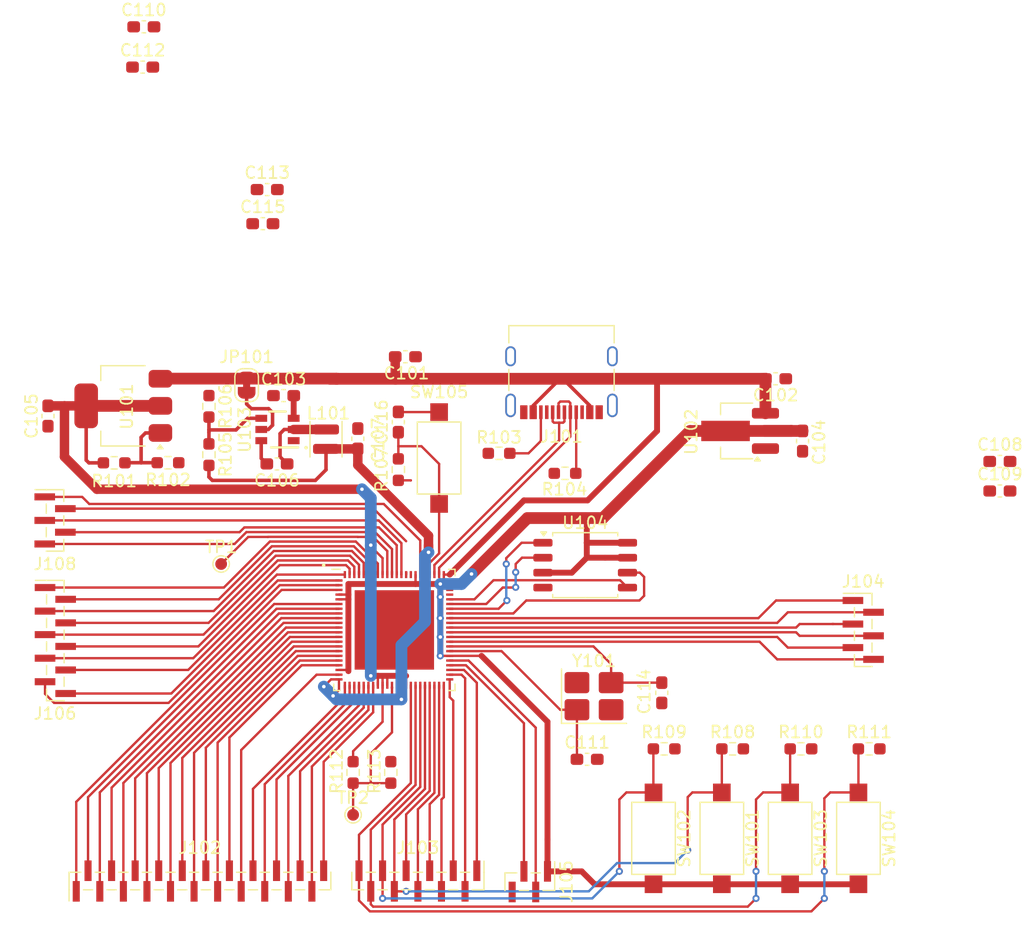
<source format=kicad_pcb>
(kicad_pcb (version 20241229) (generator "pcbnew") (generator_version "9.0")
  (layers (0 "F.Cu" signal) (2 "B.Cu" signal) (13 "F.Paste" user) (15 "B.Paste" user) (5 "F.SilkS" user "F.Silkscreen") (7 "B.SilkS" user "B.Silkscreen") (1 "F.Mask" user) (3 "B.Mask" user) (25 "Edge.Cuts" user))
  (net 0 "")
  (net 1 "GND")
  (net 2 "/VUSB")
  (net 3 "/3V3")
  (net 4 "/2V6")
  (net 5 "Net-(U103-VBST)")
  (net 6 "Net-(U103-SW)")
  (net 7 "/1V1")
  (net 8 "/HOSCI")
  (net 9 "/HOSCO")
  (net 10 "/RESET")
  (net 11 "/USB_N")
  (net 12 "/USB_P")
  (net 14 "Net-(J101-CC2)")
  (net 16 "Net-(J101-CC1)")
  (net 17 "/PD17")
  (net 18 "/PD12")
  (net 19 "/PD21")
  (net 20 "/PD2")
  (net 21 "/PD11")
  (net 22 "/PD6")
  (net 23 "/PD3")
  (net 24 "/PD16")
  (net 25 "/PD20")
  (net 26 "/PD19")
  (net 27 "/PD13")
  (net 28 "/PD18")
  (net 29 "/PD14")
  (net 30 "/PD1")
  (net 31 "/PD0")
  (net 32 "/PD10")
  (net 33 "/PD4")
  (net 34 "/PD9")
  (net 35 "/PD15")
  (net 36 "/PD7")
  (net 37 "/PD8")
  (net 38 "/PD5")
  (net 39 "/PE3")
  (net 40 "/PE6")
  (net 41 "/PE7")
  (net 42 "/PE5")
  (net 43 "/SW0")
  (net 44 "/SW1")
  (net 45 "/PE2")
  (net 46 "/SW3")
  (net 47 "/SW2")
  (net 48 "/PE4")
  (net 49 "/PE8")
  (net 50 "/SDC0_CLK")
  (net 51 "/SDC0_D1")
  (net 52 "/SDC0_D2")
  (net 53 "/SDC0_D3")
  (net 54 "/SDC0_CMD")
  (net 55 "/SDC0_D0")
  (net 56 "/UART0_RX")
  (net 57 "/UART0_TX")
  (net 58 "/VRA1")
  (net 59 "/FMINR")
  (net 60 "/HPCOMFB")
  (net 61 "/HPR")
  (net 62 "/FMINL")
  (net 63 "/HPL")
  (net 64 "/VRA2")
  (net 65 "/HPCOM")
  (net 66 "/LINL")
  (net 67 "/MICIN")
  (net 68 "/TVIN1")
  (net 69 "/TVIN0")
  (net 70 "/TV_VRN")
  (net 71 "/TVOUT")
  (net 72 "/TV_VRP")
  (net 73 "/LRADC0")
  (net 74 "/SVREF")
  (net 75 "Net-(JP101-A)")
  (net 76 "Net-(U101-ADJ)")
  (net 77 "Net-(U103-VFB)")
  (net 78 "/SPI0_MISO")
  (net 79 "/SPI0_CLK")
  (net 80 "/SPI0_CS")
  (net 81 "/SPI0_MOSI")
  (footprint "Connector_PinHeader_1.00mm:PinHeader_1x04_P1.00mm_Vertical_SMD_Pin1Left" (layer "F.Cu") (at 166.5 143.88 -90)
    (property "Reference" "J105")
    (property "Value" "UART0")
  )
  (footprint "Resistor_SMD:R_0603_1608Metric_Pad0.98x0.95mm_HandSolder" (layer "F.Cu") (at 183.7125 132.6)
    (property "Reference" "R108")
    (property "Value" "5.1K")
  )
  (footprint "Package_TO_SOT_SMD:SOT-223-3_TabPin2" (layer "F.Cu") (at 131.9925 103.47 180)
    (property "Reference" "U101")
    (property "Value" "AMS1117")
  )
  (footprint "Capacitor_SMD:C_0603_1608Metric_Pad1.08x0.95mm_HandSolder" (layer "F.Cu") (at 143.8375 88)
    (property "Reference" "C115")
    (property "Value" "0.1uf")
  )
  (footprint "Resistor_SMD:R_0603_1608Metric_Pad0.98x0.95mm_HandSolder" (layer "F.Cu") (at 154.7 134.6 90)
    (property "Reference" "R113")
    (property "Value" "5.1K")
  )
  (footprint "Connector_USB:USB_C_Receptacle_Palconn_UTC16-G" (layer "F.Cu") (at 169.1875 101.5 180)
    (property "Reference" "J101")
    (property "Value" "USB_C_Receptacle_USB2.0_16P")
  )
  (footprint "TestPoint:TestPoint_Pad_D1.0mm" (layer "F.Cu") (at 140.3 116.9)
    (property "Reference" "TP1")
    (property "Value" "TestPoint")
  )
  (footprint "Connector_PinHeader_1.00mm:PinHeader_1x11_P1.00mm_Vertical_SMD_Pin1Left" (layer "F.Cu") (at 157 143.825 -90)
    (property "Reference" "J103")
    (property "Value" "Conn_01x11")
  )
  (footprint "Capacitor_SMD:C_0603_1608Metric_Pad1.08x0.95mm_HandSolder" (layer "F.Cu") (at 177.7 127.84 90)
    (property "Reference" "C114")
    (property "Value" "10pf")
  )
  (footprint "TPS562201DDCT:DDC0006A_N" (layer "F.Cu") (at 145.08 105.475 180)
    (property "Reference" "U103")
    (property "Value" "TPS562201DDCT")
  )
  (footprint "Resistor_SMD:R_0603_1608Metric_Pad0.98x0.95mm_HandSolder" (layer "F.Cu") (at 189.5125 132.6)
    (property "Reference" "R110")
    (property "Value" "5.1K")
  )
  (footprint "Button_Switch_SMD:SW_SPST_CK_RS282G05A3" (layer "F.Cu") (at 177 140.2 -90)
    (property "Reference" "SW102")
    (property "Value" "SW1")
  )
  (footprint "Resistor_SMD:R_0603_1608Metric_Pad0.98x0.95mm_HandSolder" (layer "F.Cu") (at 131.2175 108.31)
    (property "Reference" "R101")
    (property "Value" "100R")
  )
  (footprint "TestPoint:TestPoint_Pad_D1.0mm" (layer "F.Cu") (at 151.5 138.2)
    (property "Reference" "TP2")
    (property "Value" "TestPoint")
  )
  (footprint "Resistor_SMD:R_0603_1608Metric_Pad0.98x0.95mm_HandSolder" (layer "F.Cu") (at 139.2625 107.6125 90)
    (property "Reference" "R105")
    (property "Value" "2.4K")
  )
  (footprint "Capacitor_SMD:C_0603_1608Metric_Pad1.08x0.95mm_HandSolder" (layer "F.Cu") (at 155.9375 99.3)
    (property "Reference" "C101")
    (property "Value" "10uf")
  )
  (footprint "Resistor_SMD:R_0603_1608Metric_Pad0.98x0.95mm_HandSolder" (layer "F.Cu") (at 151.5 134.6 -90)
    (property "Reference" "R112")
    (property "Value" "5.1K")
  )
  (footprint "Capacitor_SMD:C_0603_1608Metric_Pad1.08x0.95mm_HandSolder" (layer "F.Cu") (at 189.65 106.4625 -90)
    (property "Reference" "C104")
    (property "Value" "10uf")
  )
  (footprint "Package_TO_SOT_SMD:SOT-89-3_Handsoldering" (layer "F.Cu") (at 184.05 105.6 180)
    (property "Reference" "U102")
    (property "Value" "AMS1117-3.3")
  )
  (footprint "Resistor_SMD:R_0603_1608Metric_Pad0.98x0.95mm_HandSolder" (layer "F.Cu") (at 139.2625 103.5125 90)
    (property "Reference" "R106")
    (property "Value" "5.1K")
  )
  (footprint "Resistor_SMD:R_0603_1608Metric_Pad0.98x0.95mm_HandSolder" (layer "F.Cu") (at 135.7875 108.3)
    (property "Reference" "R102")
    (property "Value" "110R")
  )
  (footprint "Capacitor_SMD:C_0603_1608Metric_Pad1.08x0.95mm_HandSolder" (layer "F.Cu") (at 125.6 104.3325 -90)
    (property "Reference" "C105")
    (property "Value" "10uf")
  )
  (footprint "Button_Switch_SMD:SW_SPST_CK_RS282G05A3" (layer "F.Cu") (at 188.595239 140.2 -90)
    (property "Reference" "SW103")
    (property "Value" "SW2")
  )
  (footprint "Connector_PinHeader_1.00mm:PinHeader_1x06_P1.00mm_Vertical_SMD_Pin1Left" (layer "F.Cu") (at 194.8 122.5)
    (property "Reference" "J104")
    (property "Value" "SD_Card")
  )
  (footprint "Capacitor_SMD:C_0603_1608Metric_Pad1.08x0.95mm_HandSolder" (layer "F.Cu") (at 171.3625 133.4875)
    (property "Reference" "C111")
    (property "Value" "10pf")
  )
  (footprint "Crystal:Crystal_SMD_3225-4Pin_3.2x2.5mm_HandSoldering" (layer "F.Cu") (at 171.95 128.1275)
    (property "Reference" "Y101")
    (property "Value" "24Mhz")
  )
  (footprint "F1C100s:QFN-88_EP_10x10_Pitch0.4mm" (layer "F.Cu") (at 155 122.5)
    (property "Reference" "U105" (hide yes))
    (property "Value" "F1C100s")
  )
  (footprint "Connector_PinHeader_1.00mm:PinHeader_1x22_P1.00mm_Vertical_SMD_Pin1Left" (layer "F.Cu") (at 138.5 143.825 90)
    (property "Reference" "J102")
    (property "Value" "Conn_01x22")
  )
  (footprint "Resistor_SMD:R_0603_1608Metric_Pad0.98x0.95mm_HandSolder" (layer "F.Cu") (at 163.8875 107.5 180)
    (property "Reference" "R103")
    (property "Value" "5.1K")
  )
  (footprint "Resistor_SMD:R_0603_1608Metric_Pad0.98x0.95mm_HandSolder" (layer "F.Cu") (at 177.9 132.6)
    (property "Reference" "R109")
    (property "Value" "5.1K")
  )
  (footprint "Capacitor_SMD:C_0603_1608Metric_Pad1.08x0.95mm_HandSolder" (layer "F.Cu") (at 145.6 102.6 180)
    (property "Reference" "C103")
    (property "Value" "10uf")
  )
  (footprint "Capacitor_SMD:C_0603_1608Metric_Pad1.08x0.95mm_HandSolder" (layer "F.Cu") (at 145.0375 108.4)
    (property "Reference" "C106")
    (property "Value" "0.1uf")
  )
  (footprint "Capacitor_SMD:C_0603_1608Metric_Pad1.08x0.95mm_HandSolder" (layer "F.Cu") (at 206.4 108.19)
    (property "Reference" "C108")
    (property "Value" "10uf")
  )
  (footprint "Capacitor_SMD:C_0603_1608Metric_Pad1.08x0.95mm_HandSolder" (layer "F.Cu") (at 133.7375 71.28)
    (property "Reference" "C110")
    (property "Value" "10uf")
  )
  (footprint "Capacitor_SMD:C_0603_1608Metric_Pad1.08x0.95mm_HandSolder" (layer "F.Cu") (at 206.4 110.7)
    (property "Reference" "C109")
    (property "Value" "0.1uf")
  )
  (footprint "Connector_PinHeader_1.00mm:PinHeader_1x10_P1.00mm_Vertical_SMD_Pin1Left" (layer "F.Cu") (at 126.225 123.4)
    (property "Reference" "J106")
    (property "Value" "Conn_01x10")
  )
  (footprint "Resistor_SMD:R_0603_1608Metric_Pad0.98x0.95mm_HandSolder" (layer "F.Cu") (at 195.3 132.6)
    (property "Reference" "R111")
    (property "Value" "5.1K")
  )
  (footprint "Capacitor_SMD:C_0603_1608Metric_Pad1.08x0.95mm_HandSolder" (layer "F.Cu") (at 133.6375 74.7)
    (property "Reference" "C112")
    (property "Value" "0.1uf")
  )
  (footprint "Inductor_SMD:L_APV_ANR252012" (layer "F.Cu") (at 149.2 106.3 -90)
    (property "Reference" "L101")
    (property "Value" "2.2uH")
  )
  (footprint "Button_Switch_SMD:SW_SPST_CK_RS282G05A3" (layer "F.Cu") (at 194.392858 140.2 -90)
    (property "Reference" "SW104")
    (property "Value" "SW3")
  )
  (footprint "Resistor_SMD:R_0603_1608Metric_Pad0.98x0.95mm_HandSolder" (layer "F.Cu") (at 169.4875 109.2 180)
    (property "Reference" "R104")
    (property "Value" "5.1K")
  )
  (footprint "Button_Switch_SMD:SW_SPST_CK_RS282G05A3" (layer "F.Cu") (at 182.797619 140.2 -90)
    (property "Reference" "SW101")
    (property "Value" "SW0")
  )
  (footprint "Connector_PinHeader_1.00mm:PinHeader_1x05_P1.00mm_Vertical_SMD_Pin1Left" (layer "F.Cu") (at 126.2 113.2)
    (property "Reference" "J108")
    (property "Value" "Conn_01x05")
  )
  (footprint "Capacitor_SMD:C_0603_1608Metric_Pad1.08x0.95mm_HandSolder" (layer "F.Cu") (at 155.339649 104.845711 90)
    (property "Reference" "C116")
    (property "Value" "0.1uf")
  )
  (footprint "Button_Switch_SMD:SW_SPST_CK_RS282G05A3" (layer "F.Cu") (at 158.8 107.9 -90)
    (property "Reference" "SW105")
    (property "Value" "RESET")
  )
  (footprint "Capacitor_SMD:C_0603_1608Metric_Pad1.08x0.95mm_HandSolder" (layer "F.Cu") (at 151.9 106.2625 90)
    (property "Reference" "C107")
    (property "Value" "10uf")
  )
  (footprint "Package_SO:SOIC-8_5.3x5.3mm_P1.27mm" (layer "F.Cu") (at 171.2 117)
    (property "Reference" "U104")
    (property "Value" "W25Q16JVSS")
  )
  (footprint "Capacitor_SMD:C_0603_1608Metric_Pad1.08x0.95mm_HandSolder" (layer "F.Cu") (at 144.2075 85.1)
    (property "Reference" "C113")
    (property "Value" "10uf")
  )
  (footprint "Capacitor_SMD:C_0603_1608Metric_Pad1.08x0.95mm_HandSolder" (layer "F.Cu") (at 187.3625 101.17)
    (property "Reference" "C102")
    (property "Value" "10uf")
  )
  (footprint "Jumper:SolderJumper-2_P1.3mm_Bridged_RoundedPad1.0x1.5mm" (layer "F.Cu") (at 142.4625 101.7125 90)
    (property "Reference" "JP101")
    (property "Value" "SolderJumper_2_Bridged")
  )
  (footprint "Resistor_SMD:R_0603_1608Metric_Pad0.98x0.95mm_HandSolder" (layer "F.Cu") (at 155.339649 108.883211 90)
    (property "Reference" "R107")
    (property "Value" "10k")
  )
  (gr_circle (center 147.510004 107.020002) (end 147.610004 107.020002) (stroke (width 0.1)) (fill yes) (layer "F.SilkS"))
  (gr_circle (center 149 117) (end 149.1 117) (stroke (width 0.1)) (fill yes) (layer "F.SilkS"))
  (segment (start 155.339649 103.983211) (end 155.356438 104) (width 0.2) (layer "F.Cu") (net 1))
  (segment (start 155.356438 104) (end 158.8 104) (width 0.2) (layer "F.Cu") (net 1))
  (segment (start 159.2 117.800001) (end 159.699999 117.800001) (width 0.2) (layer "F.Cu") (net 2))
  (segment (start 177.3 105.6) (end 177.3 101.2) (width 0.5) (layer "F.Cu") (net 2))
  (segment (start 166.7875 104.01) (end 166.7875 103.45) (width 0.3) (layer "F.Cu") (net 2))
  (segment (start 186.5 101.17) (end 186.5 104.1) (width 1) (layer "F.Cu") (net 2))
  (segment (start 150.0865 101.1565) (end 135.156 101.1565) (width 1) (layer "F.Cu") (net 2))
  (segment (start 135.156 101.1565) (end 135.1425 101.17) (width 1) (layer "F.Cu") (net 2))
  (segment (start 166 111.5) (end 171.4 111.5) (width 0.5) (layer "F.Cu") (net 2))
  (segment (start 166.7875 103.45) (end 169.0375 101.2) (width 0.3) (layer "F.Cu") (net 2))
  (segment (start 155.075 99.3) (end 155.075 101.145) (width 0.8) (layer "F.Cu") (net 2))
  (segment (start 155.075 101.145) (end 155.1 101.17) (width 0.8) (layer "F.Cu") (net 2))
  (segment (start 171.4 111.5) (end 177.3 105.6) (width 0.5) (layer "F.Cu") (net 2))
  (segment (start 146.455001 102.607499) (end 146.4625 102.6) (width 0.5) (layer "F.Cu") (net 2))
  (segment (start 159.699999 117.800001) (end 166 111.5) (width 0.5) (layer "F.Cu") (net 2))
  (segment (start 171.5875 103.45) (end 171.5875 104.01) (width 0.3) (layer "F.Cu") (net 2))
  (segment (start 150.1 101.17) (end 150.0865 101.1565) (width 1) (layer "F.Cu") (net 2))
  (segment (start 169.0375 101.2) (end 169.3375 101.2) (width 0.3) (layer "F.Cu") (net 2))
  (segment (start 169.3375 101.2) (end 171.5875 103.45) (width 0.3) (layer "F.Cu") (net 2))
  (segment (start 155.1 101.17) (end 186.5 101.17) (width 1) (layer "F.Cu") (net 2))
  (segment (start 155.1 101.17) (end 150.1 101.17) (width 1) (layer "F.Cu") (net 2))
  (segment (start 150.1 101.17) (end 149.5425 101.17) (width 1) (layer "F.Cu") (net 2))
  (segment (start 146.455001 104.525002) (end 146.455001 102.607499) (width 0.5) (layer "F.Cu") (net 2))
  (segment (start 150.3 119.899999) (end 151.1 119.9) (width 0.2) (layer "F.Cu") (net 3))
  (segment (start 161.55 117.75) (end 166.3 113) (width 1) (layer "F.Cu") (net 3))
  (segment (start 166.3 113) (end 169.9 113) (width 1) (layer "F.Cu") (net 3))
  (segment (start 168 130.3) (end 168 140.3) (width 0.5) (layer "F.Cu") (net 3))
  (segment (start 155.339649 109.795711) (end 156.395711 109.795711) (width 0.2) (layer "F.Cu") (net 3))
  (segment (start 171.335 115.1) (end 171.335 113.035) (width 0.5) (layer "F.Cu") (net 3))
  (segment (start 171.335 116.365) (end 171.335 115.1) (width 0.5) (layer "F.Cu") (net 3))
  (segment (start 156.8 117.8) (end 156.8 118.6) (width 0.2) (layer "F.Cu") (net 3))
  (segment (start 172.7 113) (end 180.1 105.6) (width 1) (layer "F.Cu") (net 3))
  (segment (start 171.335 113.035) (end 171.3 113) (width 0.5) (layer "F.Cu") (net 3))
  (segment (start 170.905 143.005) (end 172 144.1) (width 0.5) (layer "F.Cu") (net 3))
  (segment (start 169.9 113) (end 171.3 113) (width 1) (layer "F.Cu") (net 3))
  (segment (start 151.1 126) (end 151.1 119.9) (width 0.5) (layer "F.Cu") (net 3))
  (segment (start 156.8 118.6) (end 158.9 118.6) (width 0.5) (layer "F.Cu") (net 3))
  (segment (start 174.7875 115.095) (end 171.34 115.095) (width 0.5) (layer "F.Cu") (net 3))
  (segment (start 171.34 115.095) (end 171.335 115.1) (width 0.5) (layer "F.Cu") (net 3))
  (segment (start 168 143.005) (end 170.905 143.005) (width 0.5) (layer "F.Cu") (net 3))
  (segment (start 150.3 125.9) (end 151.1 125.9) (width 0.2) (layer "F.Cu") (net 3))
  (segment (start 158.9 118.6) (end 158.8 118.6) (width 0.5) (layer "F.Cu") (net 3))
  (segment (start 151.1 118.6) (end 156.8 118.6) (width 0.5) (layer "F.Cu") (net 3))
  (segment (start 158.9 118.6) (end 158.9 124.7) (width 0.5) (layer "F.Cu") (net 3))
  (segment (start 156.395711 109.795711) (end 156.4 109.8) (width 0.2) (layer "F.Cu") (net 3))
  (segment (start 150.3 119.5) (end 151.1 119.5) (width 0.2) (layer "F.Cu") (net 3))
  (segment (start 159.7 124.7) (end 162.4 124.7) (width 0.2) (layer "F.Cu") (net 3))
  (segment (start 159 124.7) (end 159.7 124.7) (width 0.2) (layer "F.Cu") (net 3))
  (segment (start 151.1 119.9) (end 151.1 119.5) (width 0.5) (layer "F.Cu") (net 3))
  (segment (start 180.1 105.6) (end 188.7 105.6) (width 1) (layer "F.Cu") (net 3))
  (segment (start 170.065 117.635) (end 171.335 116.365) (width 0.5) (layer "F.Cu") (net 3))
  (segment (start 188.7 105.6) (end 189.65 105.6) (width 1) (layer "F.Cu") (net 3))
  (segment (start 171.335 116.365) (end 172.9 116.365) (width 0.5) (layer "F.Cu") (net 3))
  (segment (start 169.9 113) (end 172.7 113) (width 1) (layer "F.Cu") (net 3))
  (segment (start 151.1 119.5) (end 151.1 118.6) (width 0.5) (layer "F.Cu") (net 3))
  (segment (start 168 140.3) (end 168 143.005) (width 0.5) (layer "F.Cu") (net 3))
  (segment (start 186.4125 105.6) (end 188.7 105.6) (width 1) (layer "F.Cu") (net 3))
  (segment (start 172.9 116.365) (end 174.7875 116.365) (width 0.5) (layer "F.Cu") (net 3))
  (segment (start 172 144.1) (end 194.392858 144.1) (width 0.5) (layer "F.Cu") (net 3))
  (segment (start 162.4 124.7) (end 168 130.3) (width 0.5) (layer "F.Cu") (net 3))
  (segment (start 186.991114 105.6) (end 186.791114 105.8) (width 0.2) (layer "F.Cu") (net 3))
  (segment (start 167.6125 117.635) (end 170.065 117.635) (width 0.5) (layer "F.Cu") (net 3))
  (via (at 161.55 117.75) (size 0.6) (drill 0.3) (layers "F.Cu" "B.Cu") (net 3))
  (via (at 158.9 118.6) (size 0.6) (drill 0.3) (layers "F.Cu" "B.Cu") (net 3))
  (via (at 158.9 119.7) (size 0.6) (drill 0.3) (layers "F.Cu" "B.Cu") (net 3))
  (via (at 158.9 121.5) (size 0.6) (drill 0.3) (layers "F.Cu" "B.Cu") (net 3))
  (via (at 158.9 123.1) (size 0.6) (drill 0.3) (layers "F.Cu" "B.Cu") (net 3))
  (via (at 158.9 124.7) (size 0.6) (drill 0.3) (layers "F.Cu" "B.Cu") (net 3))
  (segment (start 158.9 118.6) (end 158.9 123.1) (width 0.5) (layer "B.Cu") (net 3))
  (segment (start 158.9 123.1) (end 158.9 124.7) (width 0.5) (layer "B.Cu") (net 3))
  (segment (start 160.7 118.6) (end 158.9 118.6) (width 1) (layer "B.Cu") (net 3))
  (segment (start 161.55 117.75) (end 160.7 118.6) (width 1) (layer "B.Cu") (net 3))
  (segment (start 154 117.8) (end 154 116.4) (width 0.2) (layer "F.Cu") (net 4))
  (segment (start 151.5 133.6875) (end 151.5 132.8) (width 0.2) (layer "F.Cu") (net 4))
  (segment (start 154 130.3) (end 154 127.2) (width 0.2) (layer "F.Cu") (net 4))
  (segment (start 155.2 126.4) (end 155.199999 126.400001) (width 0.2) (layer "F.Cu") (net 4))
  (segment (start 128.8425 108.08) (end 128.8425 103.47) (width 0.3) (layer "F.Cu") (net 4))
  (segment (start 129.0725 108.31) (end 128.8425 108.08) (width 0.3) (layer "F.Cu") (net 4))
  (segment (start 153.6 126.4) (end 156 126.4) (width 0.5) (layer "F.Cu") (net 4))
  (segment (start 125.6 103.47) (end 127 103.47) (width 0.8) (layer "F.Cu") (net 4))
  (segment (start 155.199999 126.400001) (end 155.199999 127.2) (width 0.2) (layer "F.Cu") (net 4))
  (segment (start 154 116.4) (end 153 115.4) (width 0.2) (layer "F.Cu") (net 4))
  (segment (start 127 103.47) (end 128.8425 103.47) (width 0.8) (layer "F.Cu") (net 4))
  (segment (start 151.5 132.8) (end 154 130.3) (width 0.2) (layer "F.Cu") (net 4))
  (segment (start 154.4 126.4) (end 154.4 127.2) (width 0.2) (layer "F.Cu") (net 4))
  (segment (start 153.6 127.199999) (end 153.6 126.3) (width 0.2) (layer "F.Cu") (net 4))
  (segment (start 135.1425 103.47) (end 128.8425 103.47) (width 1) (layer "F.Cu") (net 4))
  (segment (start 156 127.2) (end 156 126.4) (width 0.2) (layer "F.Cu") (net 4))
  (segment (start 127 107.8) (end 127 103.47) (width 0.8) (layer "F.Cu") (net 4))
  (segment (start 155.2 126.5) (end 155.2 126.4) (width 0.2) (layer "F.Cu") (net 4))
  (segment (start 153 115.4) (end 153 115.3) (width 0.2) (layer "F.Cu") (net 4))
  (segment (start 154 127.2) (end 154 126.4) (width 0.2) (layer "F.Cu") (net 4))
  (segment (start 130.305 108.31) (end 129.0725 108.31) (width 0.3) (layer "F.Cu") (net 4))
  (segment (start 152.251 110.551) (end 129.751 110.551) (width 0.8) (layer "F.Cu") (net 4))
  (segment (start 153.6 126.4) (end 153 126.4) (width 0.5) (layer "F.Cu") (net 4))
  (segment (start 129.751 110.551) (end 127 107.8) (width 0.8) (layer "F.Cu") (net 4))
  (via (at 153 126.4) (size 0.6) (drill 0.3) (layers "F.Cu" "B.Cu") (net 4))
  (via (at 152.251 110.551) (size 0.6) (drill 0.3) (layers "F.Cu" "B.Cu") (net 4))
  (via (at 153 115.3) (size 0.6) (drill 0.3) (layers "F.Cu" "B.Cu") (net 4))
  (segment (start 153 111.3) (end 153 115.3) (width 1) (layer "B.Cu") (net 4))
  (segment (start 153 115.3) (end 153 126.4) (width 1) (layer "B.Cu") (net 4))
  (segment (start 152.251 110.551) (end 153 111.3) (width 1) (layer "B.Cu") (net 4))
  (segment (start 143.705001 106.425001) (end 143.7 106.430002) (width 0.3) (layer "F.Cu") (net 5))
  (segment (start 143.7 106.430002) (end 143.7 107.925) (width 0.3) (layer "F.Cu") (net 5))
  (segment (start 143.7 107.925) (end 144.175 108.4) (width 0.3) (layer "F.Cu") (net 5))
  (segment (start 145.3 105.830001) (end 145.655001 105.475) (width 0.3) (layer "F.Cu") (net 6))
  (segment (start 145.9 108.4) (end 145.3 107.8) (width 0.3) (layer "F.Cu") (net 6))
  (segment (start 145.655001 105.475) (end 146.455001 105.475) (width 0.3) (layer "F.Cu") (net 6))
  (segment (start 146.455001 105.475) (end 149.2 105.475) (width 0.8) (layer "F.Cu") (net 6))
  (segment (start 145.3 107.8) (end 145.3 105.830001) (width 0.3) (layer "F.Cu") (net 6))
  (segment (start 157.600001 116.299999) (end 157.600001 117.8) (width 0.2) (layer "F.Cu") (net 7))
  (segment (start 150.300001 126.7) (end 149.62853 126.7) (width 0.2) (layer "F.Cu") (net 7))
  (segment (start 149.62853 126.7) (end 149.014265 127.314265) (width 0.2) (layer "F.Cu") (net 7))
  (segment (start 151.9 107.125) (end 149.2 107.125) (width 0.8) (layer "F.Cu") (net 7))
  (segment (start 149.2 108.9) (end 149.2 107.125) (width 0.3) (layer "F.Cu") (net 7))
  (segment (start 148.3 109.8) (end 149.2 108.9) (width 0.3) (layer "F.Cu") (net 7))
  (segment (start 150.300001 127.599999) (end 149.8 128.1) (width 0.2) (layer "F.Cu") (net 7))
  (segment (start 139.2625 109.5125) (end 139.55 109.8) (width 0.3) (layer "F.Cu") (net 7))
  (segment (start 150.300001 126.7) (end 150.300001 127.599999) (width 0.2) (layer "F.Cu") (net 7))
  (segment (start 157.901 115.907636) (end 157.901 115.308336) (width 0.8) (layer "F.Cu") (net 7))
  (segment (start 157.8 116.1) (end 157.600001 116.299999) (width 0.2) (layer "F.Cu") (net 7))
  (segment (start 139.55 109.8) (end 148.3 109.8) (width 0.3) (layer "F.Cu") (net 7))
  (segment (start 157.8 116.1) (end 157.8 115.2) (width 0.2) (layer "F.Cu") (net 7))
  (segment (start 157.901 115.907636) (end 157.901 114.501) (width 0.8) (layer "F.Cu") (net 7))
  (segment (start 155.6 127.2) (end 155.6 128.4) (width 0.2) (layer "F.Cu") (net 7))
  (segment (start 139.2625 108.525) (end 139.2625 109.5125) (width 0.3) (layer "F.Cu") (net 7))
  (segment (start 151.9 108.5) (end 151.9 107.125) (width 0.8) (layer "F.Cu") (net 7))
  (segment (start 157.901 114.501) (end 151.9 108.5) (width 0.8) (layer "F.Cu") (net 7))
  (via (at 155.6 128.4) (size 0.6) (drill 0.3) (layers "F.Cu" "B.Cu") (net 7))
  (via (at 149.014265 127.314265) (size 0.6) (drill 0.3) (layers "F.Cu" "B.Cu") (net 7))
  (via (at 149.8 128.1) (size 0.6) (drill 0.3) (layers "F.Cu" "B.Cu") (net 7))
  (via (at 157.901 115.907636) (size 0.6) (drill 0.3) (layers "F.Cu" "B.Cu") (net 7))
  (segment (start 155.6 123.8) (end 155.6 128.4) (width 1) (layer "B.Cu") (net 7))
  (segment (start 150.1 128.4) (end 149.8 128.1) (width 1) (layer "B.Cu") (net 7))
  (segment (start 157.6 116.208636) (end 157.6 121.8) (width 1) (layer "B.Cu") (net 7))
  (segment (start 155.6 128.4) (end 150.1 128.4) (width 1) (layer "B.Cu") (net 7))
  (segment (start 157.901 115.907636) (end 157.6 116.208636) (width 1) (layer "B.Cu") (net 7))
  (segment (start 149.8 128.1) (end 149.014265 127.314265) (width 1) (layer "B.Cu") (net 7))
  (segment (start 157.6 121.8) (end 155.6 123.8) (width 1) (layer "B.Cu") (net 7))
  (segment (start 170.5 129.2775) (end 169.0775 129.2775) (width 0.2) (layer "F.Cu") (net 8))
  (segment (start 170.5 133.4875) (end 170.5 129.2775) (width 0.2) (layer "F.Cu") (net 8))
  (segment (start 164.1 124.3) (end 159.7 124.3) (width 0.2) (layer "F.Cu") (net 8))
  (segment (start 169.0775 129.2775) (end 164.1 124.3) (width 0.2) (layer "F.Cu") (net 8))
  (segment (start 171.9 123.9) (end 173.4 125.4) (width 0.2) (layer "F.Cu") (net 9))
  (segment (start 173.4 125.4) (end 173.4 126.9775) (width 0.2) (layer "F.Cu") (net 9))
  (segment (start 159.699999 123.9) (end 171.9 123.9) (width 0.2) (layer "F.Cu") (net 9))
  (segment (start 173.4 126.9775) (end 177.7 126.9775) (width 0.2) (layer "F.Cu") (net 9))
  (segment (start 158 116.8) (end 158 117.8) (width 0.2) (layer "F.Cu") (net 10))
  (segment (start 155.339649 106.9) (end 157.3 106.9) (width 0.2) (layer "F.Cu") (net 10))
  (segment (start 158.8 108.4) (end 158.8 111.8) (width 0.2) (layer "F.Cu") (net 10))
  (segment (start 155.339649 107.970711) (end 155.339649 105.708211) (width 0.2) (layer "F.Cu") (net 10))
  (segment (start 158.8 111.8) (end 158.8 116) (width 0.2) (layer "F.Cu") (net 10))
  (segment (start 157.3 106.9) (end 158.8 108.4) (width 0.2) (layer "F.Cu") (net 10))
  (segment (start 158.15 116.65) (end 158 116.8) (width 0.2) (layer "F.Cu") (net 10))
  (segment (start 158.8 116) (end 158.15 116.65) (width 0.2) (layer "F.Cu") (net 10))
  (segment (start 169.0875 103.1) (end 169.8075 103.1) (width 0.2) (layer "F.Cu") (net 11))
  (segment (start 158.8 117.218198) (end 158.8 117.8) (width 0.2) (layer "F.Cu") (net 11))
  (segment (start 169.9375 103.23) (end 169.9375 104.01) (width 0.2) (layer "F.Cu") (net 11))
  (segment (start 169.9375 106.080698) (end 158.8 117.218198) (width 0.2) (layer "F.Cu") (net 11))
  (segment (start 168.9375 104.01) (end 168.9375 103.25) (width 0.2) (layer "F.Cu") (net 11))
  (segment (start 169.9375 104.01) (end 169.9375 106.080698) (width 0.2) (layer "F.Cu") (net 11))
  (segment (start 168.9375 103.25) (end 169.0875 103.1) (width 0.2) (layer "F.Cu") (net 11))
  (segment (start 169.8075 103.1) (end 169.9375 103.23) (width 0.2) (layer "F.Cu") (net 11))
  (segment (start 168.9875 106.394302) (end 158.4 116.981802) (width 0.2) (layer "F.Cu") (net 12))
  (segment (start 168.4375 104.01) (end 168.4375 104.79) (width 0.2) (layer "F.Cu") (net 12))
  (segment (start 169.3275 104.9) (end 169.4375 104.79) (width 0.2) (layer "F.Cu") (net 12))
  (segment (start 168.9875 104.9) (end 168.9875 106.394302) (width 0.2) (layer "F.Cu") (net 12))
  (segment (start 168.5475 104.9) (end 168.9875 104.9) (width 0.2) (layer "F.Cu") (net 12))
  (segment (start 158.4 116.981802) (end 158.4 117.8) (width 0.2) (layer "F.Cu") (net 12))
  (segment (start 168.9875 104.9) (end 169.3275 104.9) (width 0.2) (layer "F.Cu") (net 12))
  (segment (start 168.4375 104.79) (end 168.5475 104.9) (width 0.2) (layer "F.Cu") (net 12))
  (segment (start 169.4375 104.79) (end 169.4375 104.01) (width 0.2) (layer "F.Cu") (net 12))
  (segment (start 167.4375 106.4) (end 167.4375 106.45) (width 0.2) (layer "F.Cu") (net 14))
  (segment (start 167.4375 104.01) (end 167.4375 106.4) (width 0.2) (layer "F.Cu") (net 14))
  (segment (start 166.3875 107.5) (end 164.8 107.5) (width 0.2) (layer "F.Cu") (net 14))
  (segment (start 167.4375 106.45) (end 166.3875 107.5) (width 0.2) (layer "F.Cu") (net 14))
  (segment (start 170.4 109.2) (end 170.4375 109.1625) (width 0.2) (layer "F.Cu") (net 16))
  (segment (start 170.4375 109.1625) (end 170.4375 104.01) (width 0.2) (layer "F.Cu") (net 16))
  (segment (start 145 135.2) (end 151.6 128.6) (width 0.2) (layer "F.Cu") (net 17))
  (segment (start 151.6 128.6) (end 151.6 127.2) (width 0.2) (layer "F.Cu") (net 17))
  (segment (start 145 142.95) (end 145 135.2) (width 0.2) (layer "F.Cu") (net 17))
  (segment (start 146.969699 125.100001) (end 150.3 125.100001) (width 0.2) (layer "F.Cu") (net 18))
  (segment (start 140 132.0697) (end 146.969699 125.100001) (width 0.2) (layer "F.Cu") (net 18))
  (segment (start 140 144.7) (end 140 132.0697) (width 0.2) (layer "F.Cu") (net 18))
  (segment (start 149 142.95) (end 149 133.7) (width 0.2) (layer "F.Cu") (net 19))
  (segment (start 153.201999 128.181999) (end 153.2 128.18) (width 0.2) (layer "F.Cu") (net 19))
  (segment (start 153.201999 129.498001) (end 153.201999 128.181999) (width 0.2) (layer "F.Cu") (net 19))
  (segment (start 149 133.7) (end 153.201999 129.498001) (width 0.2) (layer "F.Cu") (net 19))
  (segment (start 153.2 128.18) (end 153.2 127.2) (width 0.2) (layer "F.Cu") (net 19))
  (segment (start 130 136.3) (end 145.2 121.1) (width 0.2) (layer "F.Cu") (net 20))
  (segment (start 145.2 121.1) (end 150.300001 121.1) (width 0.2) (layer "F.Cu") (net 20))
  (segment (start 130 144.7) (end 130 136.3) (width 0.2) (layer "F.Cu") (net 20))
  (segment (start 150.3 124.7) (end 146.8026 124.7) (width 0.2) (layer "F.Cu") (net 21))
  (segment (start 139 132.5026) (end 139 142.95) (width 0.2) (layer "F.Cu") (net 21))
  (segment (start 146.8026 124.7) (end 139 132.5026) (width 0.2) (layer "F.Cu") (net 21))
  (segment (start 134 144.7) (end 134 134.6671) (width 0.2) (layer "F.Cu") (net 22))
  (segment (start 134 134.6671) (end 145.966099 122.701001) (width 0.2) (layer "F.Cu") (net 22))
  (segment (start 145.966099 122.701001) (end 150.3 122.701001) (width 0.2) (layer "F.Cu") (net 22))
  (segment (start 131 135.9) (end 145.4 121.5) (width 0.2) (layer "F.Cu") (net 23))
  (segment (start 131 142.95) (end 131 135.9) (width 0.2) (layer "F.Cu") (net 23))
  (segment (start 145.4 121.5) (end 150.3 121.5) (width 0.2) (layer "F.Cu") (net 23))
  (segment (start 151.2 128.4) (end 151.2 127.2) (width 0.2) (layer "F.Cu") (net 24))
  (segment (start 144 135.6) (end 151.2 128.4) (width 0.2) (layer "F.Cu") (net 24))
  (segment (start 144 144.7) (end 144 135.6) (width 0.2) (layer "F.Cu") (net 24))
  (segment (start 148 144.7) (end 148 134.1) (width 0.2) (layer "F.Cu") (net 25))
  (segment (start 148 134.1) (end 152.8 129.3) (width 0.2) (layer "F.Cu") (net 25))
  (segment (start 152.8 129.3) (end 152.8 127.2) (width 0.2) (layer "F.Cu") (net 25))
  (segment (start 147 134.5) (end 147 142.95) (width 0.2) (layer "F.Cu") (net 26))
  (segment (start 152.399999 129.100001) (end 147 134.5) (width 0.2) (layer "F.Cu") (net 26))
  (segment (start 152.399999 127.2) (end 152.399999 129.100001) (width 0.2) (layer "F.Cu") (net 26))
  (segment (start 141 131.6368) (end 147.1368 125.5) (width 0.2) (layer "F.Cu") (net 27))
  (segment (start 147.1368 125.5) (end 150.3 125.5) (width 0.2) (layer "F.Cu") (net 27))
  (segment (start 141 142.95) (end 141 131.6368) (width 0.2) (layer "F.Cu") (net 27))
  (segment (start 146 134.9) (end 152 128.9) (width 0.2) (layer "F.Cu") (net 28))
  (segment (start 146 144.7) (end 146 134.9) (width 0.2) (layer "F.Cu") (net 28))
  (segment (start 152 128.9) (end 152 127.2) (width 0.2) (layer "F.Cu") (net 28))
  (segment (start 148.4 126.3) (end 142 132.7) (width 0.2) (layer "F.Cu") (net 29))
  (segment (start 142 132.7) (end 142 144.7) (width 0.2) (layer "F.Cu") (net 29))
  (segment (start 150.3 126.3) (end 148.4 126.3) (width 0.2) (layer "F.Cu") (net 29))
  (segment (start 129 136.7) (end 145 120.7) (width 0.2) (layer "F.Cu") (net 30))
  (segment (start 129 142.95) (end 129 136.7) (width 0.2) (layer "F.Cu") (net 30))
  (segment (start 145 120.7) (end 150.3 120.7) (width 0.2) (layer "F.Cu") (net 30))
  (segment (start 144.8 120.3) (end 150.3 120.3) (width 0.2) (layer "F.Cu") (net 31))
  (segment (start 128 137.1) (end 144.8 120.3) (width 0.2) (layer "F.Cu") (net 31))
  (segment (start 128 144.7) (end 128 137.1) (width 0.2) (layer "F.Cu") (net 31))
  (segment (start 138 132.9355) (end 146.6355 124.3) (width 0.2) (layer "F.Cu") (net 32))
  (segment (start 138 144.7) (end 138 132.9355) (width 0.2) (layer "F.Cu") (net 32))
  (segment (start 146.6355 124.3) (end 150.3 124.3) (width 0.2) (layer "F.Cu") (net 32))
  (segment (start 132 144.7) (end 132 135.5) (width 0.2) (layer "F.Cu") (net 33))
  (segment (start 145.6 121.9) (end 150.3 121.9) (width 0.2) (layer "F.Cu") (net 33))
  (segment (start 132 135.5) (end 145.6 121.9) (width 0.2) (layer "F.Cu") (net 33))
  (segment (start 137 142.95) (end 137 133.3684) (width 0.2) (layer "F.Cu") (net 34))
  (segment (start 137 133.3684) (end 146.4684 123.9) (width 0.2) (layer "F.Cu") (net 34))
  (segment (start 146.4684 123.9) (end 150.296 123.9) (width 0.2) (layer "F.Cu") (net 34))
  (segment (start 150.8 128.2) (end 150.8 127.199999) (width 0.2) (layer "F.Cu") (net 35))
  (segment (start 143 142.95) (end 143 136) (width 0.2) (layer "F.Cu") (net 35))
  (segment (start 143 136) (end 150.8 128.2) (width 0.2) (layer "F.Cu") (net 35))
  (segment (start 135 134.2342) (end 146.132199 123.102001) (width 0.2) (layer "F.Cu") (net 36))
  (segment (start 146.132199 123.102001) (end 150.3 123.102001) (width 0.2) (layer "F.Cu") (net 36))
  (segment (start 135 142.95) (end 135 134.2342) (width 0.2) (layer "F.Cu") (net 36))
  (segment (start 136 133.8013) (end 146.298299 123.503001) (width 0.2) (layer "F.Cu") (net 37))
  (segment (start 146.298299 123.5) (end 150.3 123.5) (width 0.2) (layer "F.Cu") (net 37))
  (segment (start 136 144.7) (end 136 133.8013) (width 0.2) (layer "F.Cu") (net 37))
  (segment (start 133 135.1) (end 145.799999 122.300001) (width 0.2) (layer "F.Cu") (net 38))
  (segment (start 133 142.95) (end 133 135.1) (width 0.2) (layer "F.Cu") (net 38))
  (segment (start 145.799999 122.300001) (end 150.3 122.300001) (width 0.2) (layer "F.Cu") (net 38))
  (segment (start 161 144.7) (end 161.01 144.69) (width 0.2) (layer "F.Cu") (net 39))
  (segment (start 161.01 144.69) (end 161.01 126.61) (width 0.2) (layer "F.Cu") (net 39))
  (segment (start 161.01 126.61) (end 160.7 126.3) (width 0.2) (layer "F.Cu") (net 39))
  (segment (start 160.7 126.3) (end 159.7 126.3) (width 0.2) (layer "F.Cu") (net 39))
  (segment (start 158 142.95) (end 158 137.3) (width 0.2) (layer "F.Cu") (net 40))
  (segment (start 158 137.3) (end 158.8 136.5) (width 0.2) (layer "F.Cu") (net 40))
  (segment (start 158.8 136.5) (end 158.8 127.2) (width 0.2) (layer "F.Cu") (net 40))
  (segment (start 157 144.7) (end 157 137.7342) (width 0.2) (layer "F.Cu") (net 41))
  (segment (start 157 137.7342) (end 158.4 136.3342) (width 0.2) (layer "F.Cu") (net 41))
  (segment (start 158.4 136.3342) (end 158.4 127.2) (width 0.2) (layer "F.Cu") (net 41))
  (segment (start 159 136.9) (end 159.2 136.7) (width 0.2) (layer "F.Cu") (net 42))
  (segment (start 159.2 136.7) (end 159.2 127.199999) (width 0.2) (layer "F.Cu") (net 42))
  (segment (start 159 144.7) (end 159 136.9) (width 0.2) (layer "F.Cu") (net 42))
  (segment (start 182.797619 136.3) (end 182.797619 132.602381) (width 0.2) (layer "F.Cu") (net 43))
  (segment (start 155 144.7) (end 156 144.7) (width 0.2) (layer "F.Cu") (net 43))
  (segment (start 180.3 136.3) (end 182.797619 136.3) (width 0.2) (layer "F.Cu") (net 43))
  (segment (start 182.797619 132.602381) (end 182.8 132.6) (width 0.2) (layer "F.Cu") (net 43))
  (segment (start 179.9 141.2) (end 179.9 136.7) (width 0.2) (layer "F.Cu") (net 43))
  (segment (start 155 144.7) (end 155 138.6) (width 0.2) (layer "F.Cu") (net 43))
  (segment (start 179.9 136.7) (end 180.3 136.3) (width 0.2) (layer "F.Cu") (net 43))
  (segment (start 155 138.6) (end 157.600001 135.999999) (width 0.2) (layer "F.Cu") (net 43))
  (segment (start 157.600001 135.999999) (end 157.600001 127.2) (width 0.2) (layer "F.Cu") (net 43))
  (via (at 179.9 141.2) (size 0.6) (drill 0.3) (layers "F.Cu" "B.Cu") (net 43))
  (via (at 156 144.7) (size 0.6) (drill 0.3) (layers "F.Cu" "B.Cu") (net 43))
  (segment (start 171.5 144.7) (end 173.9 142.3) (width 0.2) (layer "B.Cu") (net 43))
  (segment (start 178.8 142.3) (end 179.9 141.2) (width 0.2) (layer "B.Cu") (net 43))
  (segment (start 156 144.7) (end 171.5 144.7) (width 0.2) (layer "B.Cu") (net 43))
  (segment (start 173.9 142.3) (end 178.8 142.3) (width 0.2) (layer "B.Cu") (net 43))
  (segment (start 154 142.95) (end 154 145.3) (width 0.2) (layer "F.Cu") (net 44))
  (segment (start 174.1 143) (end 174.1 136.9) (width 0.2) (layer "F.Cu") (net 44))
  (segment (start 174.7 136.3) (end 177 136.3) (width 0.2) (layer "F.Cu") (net 44))
  (segment (start 157.2 135.8329) (end 157.2 127.2) (width 0.2) (layer "F.Cu") (net 44))
  (segment (start 174.1 136.9) (end 174.7 136.3) (width 0.2) (layer "F.Cu") (net 44))
  (segment (start 176.9875 136.2875) (end 177 136.3) (width 0.2) (layer "F.Cu") (net 44))
  (segment (start 154 139.0329) (end 157.2 135.8329) (width 0.2) (layer "F.Cu") (net 44))
  (segment (start 176.9875 132.6) (end 176.9875 136.2875) (width 0.2) (layer "F.Cu") (net 44))
  (segment (start 154 142.95) (end 154 139.0329) (width 0.2) (layer "F.Cu") (net 44))
  (via (at 154 145.3) (size 0.6) (drill 0.3) (layers "F.Cu" "B.Cu") (net 44))
  (via (at 174.1 143) (size 0.6) (drill 0.3) (layers "F.Cu" "B.Cu") (net 44))
  (segment (start 154 145.3) (end 171.8 145.3) (width 0.2) (layer "B.Cu") (net 44))
  (segment (start 171.8 145.3) (end 174.1 143) (width 0.2) (layer "B.Cu") (net 44))
  (segment (start 162 142.95) (end 162 126.99) (width 0.2) (layer "F.Cu") (net 45))
  (segment (start 162 126.99) (end 160.91 125.9) (width 0.2) (layer "F.Cu") (net 45))
  (segment (start 160.91 125.9) (end 159.7 125.9) (width 0.2) (layer "F.Cu") (net 45))
  (segment (start 191.5 136.8) (end 192 136.3) (width 0.2) (layer "F.Cu") (net 46))
  (segment (start 156.4 135.498702) (end 156.4 127.199999) (width 0.2) (layer "F.Cu") (net 46))
  (segment (start 191.5 143) (end 191.5 136.8) (width 0.2) (layer "F.Cu") (net 46))
  (segment (start 194.392858 132.605358) (end 194.3875 132.6) (width 0.2) (layer "F.Cu") (net 46))
  (segment (start 152 145.477) (end 152.924 146.401) (width 0.2) (layer "F.Cu") (net 46))
  (segment (start 152 142.95) (end 152 139.898702) (width 0.2) (layer "F.Cu") (net 46))
  (segment (start 190.399 146.401) (end 191.5 145.3) (width 0.2) (layer "F.Cu") (net 46))
  (segment (start 192 136.3) (end 194.392858 136.3) (width 0.2) (layer "F.Cu") (net 46))
  (segment (start 152 139.898702) (end 156.4 135.498702) (width 0.2) (layer "F.Cu") (net 46))
  (segment (start 194.392858 136.3) (end 194.392858 132.605358) (width 0.2) (layer "F.Cu") (net 46))
  (segment (start 152.924 146.401) (end 190.399 146.401) (width 0.2) (layer "F.Cu") (net 46))
  (segment (start 152 142.95) (end 152 145.477) (width 0.2) (layer "F.Cu") (net 46))
  (via (at 191.5 143) (size 0.6) (drill 0.3) (layers "F.Cu" "B.Cu") (net 46))
  (via (at 191.5 145.3) (size 0.6) (drill 0.3) (layers "F.Cu" "B.Cu") (net 46))
  (segment (start 191.5 143) (end 191.5 145.3) (width 0.2) (layer "B.Cu") (net 46))
  (segment (start 191.5 145.3) (end 191.5 145.5) (width 0.2) (layer "B.Cu") (net 46))
  (segment (start 153 144.7) (end 153 139.4658) (width 0.2) (layer "F.Cu") (net 47))
  (segment (start 185 146) (end 185.7 145.3) (width 0.2) (layer "F.Cu") (net 47))
  (segment (start 153 145.8) (end 153.2 146) (width 0.2) (layer "F.Cu") (net 47))
  (segment (start 185.7 136.9) (end 186.3 136.3) (width 0.2) (layer "F.Cu") (net 47))
  (segment (start 188.595239 132.604761) (end 188.6 132.6) (width 0.2) (layer "F.Cu") (net 47))
  (segment (start 153 144.7) (end 153 145.8) (width 0.2) (layer "F.Cu") (net 47))
  (segment (start 153 139.4658) (end 156.8 135.6658) (width 0.2) (layer "F.Cu") (net 47))
  (segment (start 186.3 136.3) (end 188.595239 136.3) (width 0.2) (layer "F.Cu") (net 47))
  (segment (start 185.7 143) (end 185.7 136.9) (width 0.2) (layer "F.Cu") (net 47))
  (segment (start 153.2 146) (end 185 146) (width 0.2) (layer "F.Cu") (net 47))
  (segment (start 152.9 144.8) (end 153 144.7) (width 0.2) (layer "F.Cu") (net 47))
  (segment (start 156.8 135.6658) (end 156.8 127.2) (width 0.2) (layer "F.Cu") (net 47))
  (segment (start 188.595239 136.3) (end 188.595239 132.604761) (width 0.2) (layer "F.Cu") (net 47))
  (via (at 185.7 143) (size 0.6) (drill 0.3) (layers "F.Cu" "B.Cu") (net 47))
  (via (at 185.7 145.3) (size 0.6) (drill 0.3) (layers "F.Cu" "B.Cu") (net 47))
  (segment (start 185.7 143) (end 185.7 145.3) (width 0.2) (layer "B.Cu") (net 47))
  (segment (start 160 142.95) (end 160 128.51) (width 0.2) (layer "F.Cu") (net 48))
  (segment (start 159.699999 128.209999) (end 159.699999 126.7) (width 0.2) (layer "F.Cu") (net 48))
  (segment (start 160 128.51) (end 159.699999 128.209999) (width 0.2) (layer "F.Cu") (net 48))
  (segment (start 158 127.2) (end 158 136.1671) (width 0.2) (layer "F.Cu") (net 49))
  (segment (start 156 138.1671) (end 156 142.95) (width 0.2) (layer "F.Cu") (net 49))
  (segment (start 158 136.1671) (end 156 138.1671) (width 0.2) (layer "F.Cu") (net 49))
  (segment (start 192.2 122) (end 189.4 122) (width 0.2) (layer "F.Cu") (net 50))
  (segment (start 189.1 122.3) (end 159.700001 122.3) (width 0.2) (layer "F.Cu") (net 50))
  (segment (start 189.4 122) (end 189.1 122.3) (width 0.2) (layer "F.Cu") (net 50))
  (segment (start 192.2 122) (end 192.275 122) (width 0.2) (layer "F.Cu") (net 50))
  (segment (start 193.925 122) (end 192.2 122) (width 0.2) (layer "F.Cu") (net 50))
  (segment (start 193.925 120) (end 187.4 120) (width 0.2) (layer "F.Cu") (net 51))
  (segment (start 185.9 121.5) (end 159.7 121.5) (width 0.2) (layer "F.Cu") (net 51))
  (segment (start 187.4 120) (end 185.9 121.5) (width 0.2) (layer "F.Cu") (net 51))
  (segment (start 159.7 123.5) (end 186 123.5) (width 0.2) (layer "F.Cu") (net 52))
  (segment (start 186 123.5) (end 187.5 125) (width 0.2) (layer "F.Cu") (net 52))
  (segment (start 187.5 125) (end 195.675 125) (width 0.2) (layer "F.Cu") (net 52))
  (segment (start 187.5 123.1) (end 159.7 123.1) (width 0.2) (layer "F.Cu") (net 53))
  (segment (start 193.925 124) (end 188.4 124) (width 0.2) (layer "F.Cu") (net 53))
  (segment (start 188.4 124) (end 187.5 123.1) (width 0.2) (layer "F.Cu") (net 53))
  (segment (start 159.7 122.699999) (end 189.099999 122.699999) (width 0.2) (layer "F.Cu") (net 54))
  (segment (start 189.099999 122.699999) (end 189.4 123) (width 0.2) (layer "F.Cu") (net 54))
  (segment (start 189.4 123) (end 195.675 123) (width 0.2) (layer "F.Cu") (net 54))
  (segment (start 195.675 121) (end 188.4 121) (width 0.2) (layer "F.Cu") (net 55))
  (segment (start 187.5 121.9) (end 159.7 121.9) (width 0.2) (layer "F.Cu") (net 55))
  (segment (start 188.4 121) (end 187.5 121.9) (width 0.2) (layer "F.Cu") (net 55))
  (segment (start 167 130.8) (end 166.45 130.25) (width 0.2) (layer "F.Cu") (net 56))
  (segment (start 161.300001 125.100001) (end 166.45 130.25) (width 0.2) (layer "F.Cu") (net 56))
  (segment (start 167 144.755) (end 167 130.8) (width 0.2) (layer "F.Cu") (net 56))
  (segment (start 159.7 125.100001) (end 161.300001 125.100001) (width 0.2) (layer "F.Cu") (net 56))
  (segment (start 161.0771 125.5) (end 159.7 125.5) (width 0.2) (layer "F.Cu") (net 57))
  (segment (start 165.23855 129.66145) (end 161.0771 125.5) (width 0.2) (layer "F.Cu") (net 57))
  (segment (start 166 143.005) (end 166 130.4229) (width 0.2) (layer "F.Cu") (net 57))
  (segment (start 166 130.4229) (end 165.23855 129.66145) (width 0.2) (layer "F.Cu") (net 57))
  (segment (start 140.529 118.9) (end 125.35 118.9) (width 0.2) (layer "F.Cu") (net 58))
  (segment (start 151.7305 114.995) (end 144.434 114.995) (width 0.2) (layer "F.Cu") (net 58))
  (segment (start 153.6 117.800001) (end 153.6 116.8645) (width 0.2) (layer "F.Cu") (net 58))
  (segment (start 140.529 118.9) (end 144.434 114.995) (width 0.2) (layer "F.Cu") (net 58))
  (segment (start 153.6 116.8645) (end 151.7305 114.995) (width 0.2) (layer "F.Cu") (net 58))
  (segment (start 144.9323 116.198) (end 151.2322 116.198) (width 0.2) (layer "F.Cu") (net 59))
  (segment (start 152 116.9658) (end 152 117.8) (width 0.2) (layer "F.Cu") (net 59))
  (segment (start 139.2303 121.9) (end 144.9323 116.198) (width 0.2) (layer "F.Cu") (net 59))
  (segment (start 127.1 121.9) (end 139.2303 121.9) (width 0.2) (layer "F.Cu") (net 59))
  (segment (start 151.2322 116.198) (end 152 116.9658) (width 0.2) (layer "F.Cu") (net 59))
  (segment (start 127.1 127.9) (end 136.0658 127.9) (width 0.2) (layer "F.Cu") (net 60))
  (segment (start 145.2658 118.7) (end 150.3 118.7) (width 0.2) (layer "F.Cu") (net 60))
  (segment (start 136.0658 127.9) (end 145.2658 118.7) (width 0.2) (layer "F.Cu") (net 60))
  (segment (start 137.9316 124.9) (end 145.031599 117.800001) (width 0.2) (layer "F.Cu") (net 61))
  (segment (start 145.031599 117.800001) (end 150.8 117.800001) (width 0.2) (layer "F.Cu") (net 61))
  (segment (start 125.35 124.9) (end 137.9316 124.9) (width 0.2) (layer "F.Cu") (net 61))
  (segment (start 144.7662 115.797) (end 151.3983 115.797) (width 0.2) (layer "F.Cu") (net 62))
  (segment (start 152.399999 116.798699) (end 152.399999 117.8) (width 0.2) (layer "F.Cu") (net 62))
  (segment (start 139.6632 120.9) (end 144.7662 115.797) (width 0.2) (layer "F.Cu") (net 62))
  (segment (start 151.3983 115.797) (end 152.399999 116.798699) (width 0.2) (layer "F.Cu") (net 62))
  (segment (start 125.35 120.9) (end 139.6632 120.9) (width 0.2) (layer "F.Cu") (net 62))
  (segment (start 127.1 125.9) (end 137.4987 125.9) (width 0.2) (layer "F.Cu") (net 63))
  (segment (start 137.4987 125.9) (end 145.0997 118.299) (width 0.2) (layer "F.Cu") (net 63))
  (segment (start 145.0997 118.299) (end 150.300001 118.299) (width 0.2) (layer "F.Cu") (net 63))
  (segment (start 151.5644 115.396) (end 152.8 116.6316) (width 0.2) (layer "F.Cu") (net 64))
  (segment (start 152.8 116.6316) (end 152.8 117.8) (width 0.2) (layer "F.Cu") (net 64))
  (segment (start 140.0961 119.9) (end 144.6001 115.396) (width 0.2) (layer "F.Cu") (net 64))
  (segment (start 144.6001 115.396) (end 151.5644 115.396) (width 0.2) (layer "F.Cu") (net 64))
  (segment (start 127.1 119.9) (end 140.0961 119.9) (width 0.2) (layer "F.Cu") (net 64))
  (segment (start 135.8329 128.7) (end 145.4319 119.101) (width 0.2) (layer "F.Cu") (net 65))
  (segment (start 125.35 126.9) (end 125.35 127.927) (width 0.2) (layer "F.Cu") (net 65))
  (segment (start 125.35 127.927) (end 126.123 128.7) (width 0.2) (layer "F.Cu") (net 65))
  (segment (start 126.123 128.7) (end 135.8329 128.7) (width 0.2) (layer "F.Cu") (net 65))
  (segment (start 145.4319 119.101) (end 150.1319 119.101) (width 0.2) (layer "F.Cu") (net 65))
  (segment (start 138.7974 122.9) (end 145.0984 116.599) (width 0.2) (layer "F.Cu") (net 66))
  (segment (start 145.0984 116.599) (end 151.0661 116.599) (width 0.2) (layer "F.Cu") (net 66))
  (segment (start 151.0661 116.599) (end 151.6 117.1329) (width 0.2) (layer "F.Cu") (net 66))
  (segment (start 125.35 122.9) (end 138.7974 122.9) (width 0.2) (layer "F.Cu") (net 66))
  (segment (start 151.6 117.1329) (end 151.6 117.8) (width 0.2) (layer "F.Cu") (net 66))
  (segment (start 151.2 117.3) (end 150.9 117) (width 0.2) (layer "F.Cu") (net 67))
  (segment (start 151.2 117.8) (end 151.2 117.3) (width 0.2) (layer "F.Cu") (net 67))
  (segment (start 150.9 117) (end 145.2645 117) (width 0.2) (layer "F.Cu") (net 67))
  (segment (start 145.2645 117) (end 138.3645 123.9) (width 0.2) (layer "F.Cu") (net 67))
  (segment (start 138.3645 123.9) (end 127.1 123.9) (width 0.2) (layer "F.Cu") (net 67))
  (segment (start 141.8658 114.2) (end 142.2738 113.792) (width 0.2) (layer "F.Cu") (net 68))
  (segment (start 127.075 114.2) (end 141.8658 114.2) (width 0.2) (layer "F.Cu") (net 68))
  (segment (start 153.692 113.792) (end 155.199999 115.299999) (width 0.2) (layer "F.Cu") (net 68))
  (segment (start 155.199999 115.299999) (end 155.199999 117.8) (width 0.2) (layer "F.Cu") (net 68))
  (segment (start 142.2738 113.792) (end 153.692 113.792) (width 0.2) (layer "F.Cu") (net 68))
  (segment (start 141.4329 115.2) (end 142.4399 114.193) (width 0.2) (layer "F.Cu") (net 69))
  (segment (start 153.3601 114.193) (end 154.800001 115.632901) (width 0.2) (layer "F.Cu") (net 69))
  (segment (start 154.800001 115.632901) (end 154.800001 117.8) (width 0.2) (layer "F.Cu") (net 69))
  (segment (start 142.4399 114.193) (end 153.3601 114.193) (width 0.2) (layer "F.Cu") (net 69))
  (segment (start 125.325 115.2) (end 141.4329 115.2) (width 0.2) (layer "F.Cu") (net 69))
  (segment (start 156.003001 117.8) (end 156.003001 117.6339) (width 0.2) (layer "F.Cu") (net 70))
  (segment (start 156.001 114.9668) (end 153.2342 112.2) (width 0.2) (layer "F.Cu") (net 70))
  (segment (start 153.2342 112.2) (end 127.075 112.2) (width 0.2) (layer "F.Cu") (net 70))
  (segment (start 156.003001 117.6339) (end 156.001 117.631899) (width 0.2) (layer "F.Cu") (net 70))
  (segment (start 154.099 111.799) (end 157.2 114.9) (width 0.2) (layer "F.Cu") (net 71))
  (segment (start 128.5 111.2) (end 129.099 111.799) (width 0.2) (layer "F.Cu") (net 71))
  (segment (start 129.099 111.799) (end 154.099 111.799) (width 0.2) (layer "F.Cu") (net 71))
  (segment (start 125.325 111.2) (end 128.5 111.2) (width 0.2) (layer "F.Cu") (net 71))
  (segment (start 157.2 114.9) (end 157.2 117.8) (width 0.2) (layer "F.Cu") (net 71))
  (segment (start 155.600999 117.798998) (end 155.602001 117.8) (width 0.2) (layer "F.Cu") (net 72))
  (segment (start 153.6671 113.2) (end 125.325 113.2) (width 0.2) (layer "F.Cu") (net 72))
  (segment (start 155.6 115.1329) (end 153.6671 113.2) (width 0.2) (layer "F.Cu") (net 72))
  (segment (start 155.6 117.8) (end 155.6 115.1329) (width 0.2) (layer "F.Cu") (net 72))
  (segment (start 144.2679 114.594) (end 144.2619 114.6) (width 0.2) (layer "F.Cu") (net 73))
  (segment (start 153.2 114.6) (end 151.9026 114.6) (width 0.2) (layer "F.Cu") (net 73))
  (segment (start 142.6 114.6) (end 140.3 116.9) (width 0.2) (layer "F.Cu") (net 73))
  (segment (start 154.4 115.8) (end 153.2 114.6) (width 0.2) (layer "F.Cu") (net 73))
  (segment (start 151.9026 114.6) (end 151.8966 114.594) (width 0.2) (layer "F.Cu") (net 73))
  (segment (start 154.4 117.8) (end 154.4 115.8) (width 0.2) (layer "F.Cu") (net 73))
  (segment (start 144.2619 114.6) (end 142.6 114.6) (width 0.2) (layer "F.Cu") (net 73))
  (segment (start 151.8966 114.594) (end 144.2679 114.594) (width 0.2) (layer "F.Cu") (net 73))
  (segment (start 151.5 138.2) (end 151.5 135.5125) (width 0.2) (layer "F.Cu") (net 74))
  (segment (start 154.800001 131.199999) (end 154.800001 127.367102) (width 0.2) (layer "F.Cu") (net 74))
  (segment (start 153 135.5125) (end 154.7 135.5125) (width 0.2) (layer "F.Cu") (net 74))
  (segment (start 153 133) (end 154.800001 131.199999) (width 0.2) (layer "F.Cu") (net 74))
  (segment (start 151.5 135.5125) (end 153 135.5125) (width 0.2) (layer "F.Cu") (net 74))
  (segment (start 153 135.5125) (end 153 133) (width 0.2) (layer "F.Cu") (net 74))
  (segment (start 154.800001 127.367102) (end 154.799999 127.3671) (width 0.2) (layer "F.Cu") (net 74))
  (segment (start 144.3 105.475) (end 144.6625 105.1125) (width 0.3) (layer "F.Cu") (net 75))
  (segment (start 144.328499 103.7125) (end 142.8625 103.7125) (width 0.3) (layer "F.Cu") (net 75))
  (segment (start 143.705001 105.475) (end 144.3 105.475) (width 0.3) (layer "F.Cu") (net 75))
  (segment (start 144.6625 105.1125) (end 144.6625 104.046501) (width 0.3) (layer "F.Cu") (net 75))
  (segment (start 144.6625 104.046501) (end 144.328499 103.7125) (width 0.3) (layer "F.Cu") (net 75))
  (segment (start 142.4625 103.3125) (end 142.4625 102.3625) (width 0.3) (layer "F.Cu") (net 75))
  (segment (start 142.8625 103.7125) (end 142.4625 103.3125) (width 0.3) (layer "F.Cu") (net 75))
  (segment (start 133.505 108.3) (end 134.875 108.3) (width 0.3) (layer "F.Cu") (net 76))
  (segment (start 132.14 108.3) (end 133.505 108.3) (width 0.3) (layer "F.Cu") (net 76))
  (segment (start 133.505 108.3) (end 133.505 106.1425) (width 0.3) (layer "F.Cu") (net 76))
  (segment (start 132.13 108.31) (end 132.14 108.3) (width 0.3) (layer "F.Cu") (net 76))
  (segment (start 133.8775 105.77) (end 135.1425 105.77) (width 0.3) (layer "F.Cu") (net 76))
  (segment (start 133.505 106.1425) (end 133.8775 105.77) (width 0.3) (layer "F.Cu") (net 76))
  (segment (start 141.5625 105.5125) (end 139.275 105.5125) (width 0.3) (layer "F.Cu") (net 77))
  (segment (start 139.2625 104.425) (end 139.2625 105.5) (width 0.3) (layer "F.Cu") (net 77))
  (segment (start 139.2625 105.5) (end 139.2625 105.7125) (width 0.3) (layer "F.Cu") (net 77))
  (segment (start 142.549998 104.525002) (end 141.5625 105.5125) (width 0.3) (layer "F.Cu") (net 77))
  (segment (start 143.705001 104.525002) (end 142.549998 104.525002) (width 0.3) (layer "F.Cu") (net 77))
  (segment (start 139.2625 105.7125) (end 139.2625 106.7) (width 0.3) (layer "F.Cu") (net 77))
  (segment (start 162.8 120.3) (end 159.7 120.3) (width 0.2) (layer "F.Cu") (net 78))
  (segment (start 165.3 117.6) (end 165.3 116.9) (width 0.2) (layer "F.Cu") (net 78))
  (segment (start 165.279 118.9) (end 164.2 118.9) (width 0.2) (layer "F.Cu") (net 78))
  (segment (start 165.835 116.365) (end 167.6125 116.365) (width 0.2) (layer "F.Cu") (net 78))
  (segment (start 164.2 118.9) (end 162.8 120.3) (width 0.2) (layer "F.Cu") (net 78))
  (segment (start 165.3 118.879) (end 165.279 118.9) (width 0.2) (layer "F.Cu") (net 78))
  (segment (start 165.3 116.9) (end 165.835 116.365) (width 0.2) (layer "F.Cu") (net 78))
  (via (at 165.3 118.879) (size 0.6) (drill 0.3) (layers "F.Cu" "B.Cu") (net 78))
  (via (at 165.3 117.6) (size 0.6) (drill 0.3) (layers "F.Cu" "B.Cu") (net 78))
  (segment (start 165.3 118.879) (end 165.3 117.6) (width 0.2) (layer "B.Cu") (net 78))
  (segment (start 176.2 119.6) (end 176.2 118) (width 0.2) (layer "F.Cu") (net 79))
  (segment (start 165.1 121.1) (end 166.2 120) (width 0.2) (layer "F.Cu") (net 79))
  (segment (start 175.8 120) (end 176.2 119.6) (width 0.2) (layer "F.Cu") (net 79))
  (segment (start 176.2 118) (end 175.835 117.635) (width 0.2) (layer "F.Cu") (net 79))
  (segment (start 159.699999 121.1) (end 165.1 121.1) (width 0.2) (layer "F.Cu") (net 79))
  (segment (start 175.835 117.635) (end 174.7875 117.635) (width 0.2) (layer "F.Cu") (net 79))
  (segment (start 166.2 120) (end 175.8 120) (width 0.2) (layer "F.Cu") (net 79))
  (segment (start 164.5 116.9) (end 164.5 116.4) (width 0.2) (layer "F.Cu") (net 80))
  (segment (start 164.5 116.4) (end 165.805 115.095) (width 0.2) (layer "F.Cu") (net 80))
  (segment (start 165.805 115.095) (end 167.6125 115.095) (width 0.2) (layer "F.Cu") (net 80))
  (segment (start 164.551473 120) (end 163.851473 120.7) (width 0.2) (layer "F.Cu") (net 80))
  (segment (start 163.851473 120.7) (end 159.7 120.7) (width 0.2) (layer "F.Cu") (net 80))
  (via (at 164.551473 120) (size 0.6) (drill 0.3) (layers "F.Cu" "B.Cu") (net 80))
  (via (at 164.5 116.9) (size 0.6) (drill 0.3) (layers "F.Cu" "B.Cu") (net 80))
  (segment (start 164.5 116.9) (end 164.5 119.948527) (width 0.2) (layer "B.Cu") (net 80))
  (segment (start 164.5 119.948527) (end 164.551473 120) (width 0.2) (layer "B.Cu") (net 80))
  (segment (start 174.1615 118.279) (end 163.421 118.279) (width 0.2) (layer "F.Cu") (net 81))
  (segment (start 161.800001 119.899999) (end 159.7 119.899999) (width 0.2) (layer "F.Cu") (net 81))
  (segment (start 174.7875 118.905) (end 174.1615 118.279) (width 0.2) (layer "F.Cu") (net 81))
  (segment (start 163.421 118.279) (end 161.800001 119.899999) (width 0.2) (layer "F.Cu") (net 81))
)
</source>
